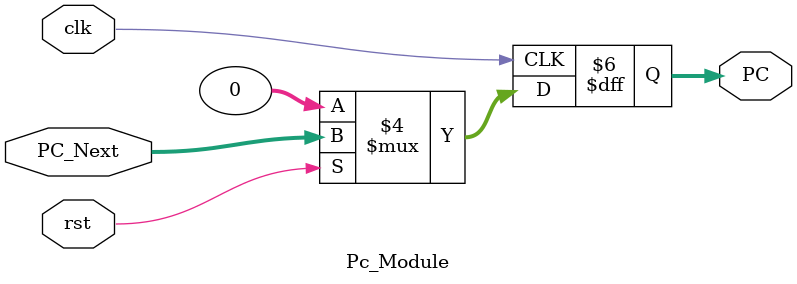
<source format=v>
module Pc_Module(clk,rst,PC,PC_Next);
    input clk,rst;
    input [31:0]PC_Next;
    output [31:0]PC;
    reg [31:0]PC;

    always @(posedge clk)
    begin
        if(~rst)
            PC <= {32{1'b0}};
        else
            PC <= PC_Next;
    end
endmodule
</source>
